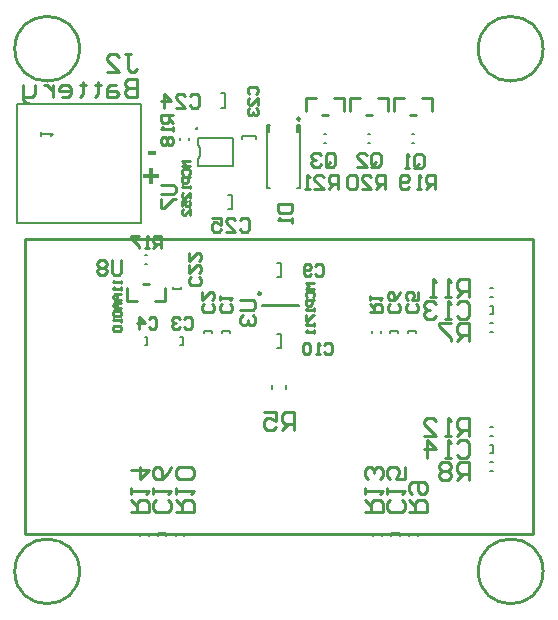
<source format=gbo>
G04 Layer_Color=32896*
%FSLAX24Y24*%
%MOIN*%
G70*
G01*
G75*
%ADD26C,0.0098*%
%ADD27C,0.0100*%
%ADD41C,0.0079*%
%ADD72R,0.0177X0.0295*%
G36*
X4661Y14368D02*
X4860D01*
Y14232D01*
X4661D01*
Y14036D01*
X4529D01*
Y14232D01*
X4331D01*
Y14368D01*
X4529D01*
Y14563D01*
X4661D01*
Y14368D01*
D02*
G37*
G36*
X4763Y15014D02*
X4478D01*
Y15159D01*
X4763D01*
Y15014D01*
D02*
G37*
D26*
X6122Y15896D02*
G03*
X6122Y15896I-20J0D01*
G01*
X9567Y16211D02*
G03*
X9567Y16211I-49J0D01*
G01*
X8258Y10394D02*
G03*
X8258Y10394I-49J0D01*
G01*
D27*
X2211Y18553D02*
G03*
X2211Y18553I-1079J0D01*
G01*
X17663D02*
G03*
X17663Y18553I-1079J0D01*
G01*
Y1132D02*
G03*
X17663Y1132I-1079J0D01*
G01*
X2211D02*
G03*
X2211Y1132I-1079J0D01*
G01*
X394Y2362D02*
Y12205D01*
X17323D01*
Y2362D02*
Y12205D01*
X394Y2362D02*
X17323D01*
X10684Y16918D02*
X11014D01*
Y16479D02*
Y16918D01*
X10284Y16339D02*
X10484D01*
X9754Y16918D02*
X10084D01*
X9754Y16479D02*
Y16918D01*
X12160D02*
X12490D01*
Y16479D02*
Y16918D01*
X11760Y16339D02*
X11960D01*
X11230Y16918D02*
X11560D01*
X11230Y16479D02*
Y16918D01*
X13637D02*
X13967D01*
Y16479D02*
Y16918D01*
X13237Y16339D02*
X13437D01*
X12707Y16918D02*
X13037D01*
X12707Y16479D02*
Y16918D01*
X3799Y10149D02*
X4129D01*
X3799D02*
Y10588D01*
X4329Y10727D02*
X4529D01*
X4729Y10149D02*
X5059D01*
Y10588D01*
X4134Y17529D02*
Y16929D01*
X3834D01*
X3734Y17029D01*
Y17129D01*
X3834Y17229D01*
X4134D01*
X3834D01*
X3734Y17329D01*
Y17429D01*
X3834Y17529D01*
X4134D01*
X3434Y17329D02*
X3234D01*
X3134Y17229D01*
Y16929D01*
X3434D01*
X3534Y17029D01*
X3434Y17129D01*
X3134D01*
X2834Y17429D02*
Y17329D01*
X2934D01*
X2734D01*
X2834D01*
Y17029D01*
X2734Y16929D01*
X2334Y17429D02*
Y17329D01*
X2434D01*
X2234D01*
X2334D01*
Y17029D01*
X2234Y16929D01*
X1635D02*
X1835D01*
X1935Y17029D01*
Y17229D01*
X1835Y17329D01*
X1635D01*
X1535Y17229D01*
Y17129D01*
X1935D01*
X1335Y17329D02*
Y16929D01*
Y17129D01*
X1235Y17229D01*
X1135Y17329D01*
X1035D01*
X735D02*
Y17029D01*
X635Y16929D01*
X335D01*
Y16829D01*
X435Y16729D01*
X535D01*
X335Y16929D02*
Y17329D01*
X3734Y18366D02*
X3934D01*
X3834D01*
Y17866D01*
X3934Y17766D01*
X4034D01*
X4134Y17866D01*
X3134Y17766D02*
X3534D01*
X3134Y18166D01*
Y18266D01*
X3234Y18366D01*
X3434D01*
X3534Y18266D01*
X10827Y13878D02*
Y14350D01*
X10591D01*
X10512Y14272D01*
Y14114D01*
X10591Y14035D01*
X10827D01*
X10669D02*
X10512Y13878D01*
X10040D02*
X10354D01*
X10040Y14193D01*
Y14272D01*
X10118Y14350D01*
X10276D01*
X10354Y14272D01*
X9882Y13878D02*
X9725D01*
X9803D01*
Y14350D01*
X9882Y14272D01*
X12402Y13878D02*
Y14350D01*
X12165D01*
X12087Y14272D01*
Y14114D01*
X12165Y14035D01*
X12402D01*
X12244D02*
X12087Y13878D01*
X11614D02*
X11929D01*
X11614Y14193D01*
Y14272D01*
X11693Y14350D01*
X11851D01*
X11929Y14272D01*
X11457D02*
X11378Y14350D01*
X11221D01*
X11142Y14272D01*
Y13957D01*
X11221Y13878D01*
X11378D01*
X11457Y13957D01*
Y14272D01*
X14075Y13878D02*
Y14350D01*
X13839D01*
X13760Y14272D01*
Y14114D01*
X13839Y14035D01*
X14075D01*
X13917D02*
X13760Y13878D01*
X13603D02*
X13445D01*
X13524D01*
Y14350D01*
X13603Y14272D01*
X13209Y13957D02*
X13130Y13878D01*
X12973D01*
X12894Y13957D01*
Y14272D01*
X12973Y14350D01*
X13130D01*
X13209Y14272D01*
Y14193D01*
X13130Y14114D01*
X12894D01*
X10413Y14695D02*
Y15010D01*
X10492Y15088D01*
X10650D01*
X10728Y15010D01*
Y14695D01*
X10650Y14616D01*
X10492D01*
X10571Y14774D02*
X10413Y14616D01*
X10492D02*
X10413Y14695D01*
X10256Y15010D02*
X10177Y15088D01*
X10020D01*
X9941Y15010D01*
Y14931D01*
X10020Y14852D01*
X10099D01*
X10020D01*
X9941Y14774D01*
Y14695D01*
X10020Y14616D01*
X10177D01*
X10256Y14695D01*
X11939D02*
Y15010D01*
X12018Y15088D01*
X12175D01*
X12254Y15010D01*
Y14695D01*
X12175Y14616D01*
X12018D01*
X12097Y14774D02*
X11939Y14616D01*
X12018D02*
X11939Y14695D01*
X11467Y14616D02*
X11782D01*
X11467Y14931D01*
Y15010D01*
X11546Y15088D01*
X11703D01*
X11782Y15010D01*
X13366Y14646D02*
Y14961D01*
X13445Y15039D01*
X13602D01*
X13681Y14961D01*
Y14646D01*
X13602Y14567D01*
X13445D01*
X13524Y14724D02*
X13366Y14567D01*
X13445D02*
X13366Y14646D01*
X13209Y14567D02*
X13051D01*
X13130D01*
Y15039D01*
X13209Y14961D01*
X3593Y10827D02*
Y10735D01*
Y10781D01*
X3317D01*
X3363Y10827D01*
X3593Y10597D02*
Y10505D01*
Y10551D01*
X3317D01*
X3363Y10597D01*
X3593Y10368D02*
X3409D01*
X3317Y10276D01*
X3409Y10184D01*
X3593D01*
X3455D01*
Y10368D01*
X3593Y10092D02*
X3409D01*
X3317Y10000D01*
X3409Y9908D01*
X3593D01*
X3455D01*
Y10092D01*
X3363Y9817D02*
X3317Y9771D01*
Y9679D01*
X3363Y9633D01*
X3547D01*
X3593Y9679D01*
Y9771D01*
X3547Y9817D01*
X3363D01*
X3593Y9541D02*
Y9449D01*
Y9495D01*
X3317D01*
X3363Y9541D01*
Y9312D02*
X3317Y9266D01*
Y9174D01*
X3363Y9128D01*
X3547D01*
X3593Y9174D01*
Y9266D01*
X3547Y9312D01*
X3363D01*
X3593Y11496D02*
Y11102D01*
X3514Y11024D01*
X3356D01*
X3278Y11102D01*
Y11496D01*
X3120Y11417D02*
X3042Y11496D01*
X2884D01*
X2805Y11417D01*
Y11338D01*
X2884Y11260D01*
X2805Y11181D01*
Y11102D01*
X2884Y11024D01*
X3042D01*
X3120Y11102D01*
Y11181D01*
X3042Y11260D01*
X3120Y11338D01*
Y11417D01*
X3042Y11260D02*
X2884D01*
X4921Y11909D02*
Y12303D01*
X4724D01*
X4659Y12237D01*
Y12106D01*
X4724Y12041D01*
X4921D01*
X4790D02*
X4659Y11909D01*
X4528D02*
X4396D01*
X4462D01*
Y12303D01*
X4528Y12237D01*
X4200Y12303D02*
X3937D01*
Y12237D01*
X4200Y11975D01*
Y11909D01*
X6184Y10942D02*
X6250Y10876D01*
Y10745D01*
X6184Y10679D01*
X5922D01*
X5856Y10745D01*
Y10876D01*
X5922Y10942D01*
X5856Y11335D02*
Y11073D01*
X6119Y11335D01*
X6184D01*
X6250Y11269D01*
Y11138D01*
X6184Y11073D01*
X5856Y11729D02*
Y11466D01*
X6119Y11729D01*
X6184D01*
X6250Y11663D01*
Y11532D01*
X6184Y11466D01*
X7218Y10056D02*
X7283Y9990D01*
Y9859D01*
X7218Y9793D01*
X6955D01*
X6890Y9859D01*
Y9990D01*
X6955Y10056D01*
X6890Y10187D02*
Y10318D01*
Y10252D01*
X7283D01*
X7218Y10187D01*
X6627Y10056D02*
X6693Y9990D01*
Y9859D01*
X6627Y9793D01*
X6365D01*
X6299Y9859D01*
Y9990D01*
X6365Y10056D01*
X6299Y10449D02*
Y10187D01*
X6562Y10449D01*
X6627D01*
X6693Y10384D01*
Y10252D01*
X6627Y10187D01*
X5692Y9531D02*
X5758Y9596D01*
X5889D01*
X5955Y9531D01*
Y9268D01*
X5889Y9203D01*
X5758D01*
X5692Y9268D01*
X5561Y9531D02*
X5496Y9596D01*
X5364D01*
X5299Y9531D01*
Y9465D01*
X5364Y9400D01*
X5430D01*
X5364D01*
X5299Y9334D01*
Y9268D01*
X5364Y9203D01*
X5496D01*
X5561Y9268D01*
X4511Y9531D02*
X4577Y9596D01*
X4708D01*
X4774Y9531D01*
Y9268D01*
X4708Y9203D01*
X4577D01*
X4511Y9268D01*
X4183Y9203D02*
Y9596D01*
X4380Y9400D01*
X4118D01*
X13419Y10056D02*
X13484Y9990D01*
Y9859D01*
X13419Y9793D01*
X13156D01*
X13091Y9859D01*
Y9990D01*
X13156Y10056D01*
X13484Y10449D02*
Y10187D01*
X13287D01*
X13353Y10318D01*
Y10384D01*
X13287Y10449D01*
X13156D01*
X13091Y10384D01*
Y10252D01*
X13156Y10187D01*
X12828Y10056D02*
X12894Y9990D01*
Y9859D01*
X12828Y9793D01*
X12566D01*
X12500Y9859D01*
Y9990D01*
X12566Y10056D01*
X12894Y10449D02*
X12828Y10318D01*
X12697Y10187D01*
X12566D01*
X12500Y10252D01*
Y10384D01*
X12566Y10449D01*
X12631D01*
X12697Y10384D01*
Y10187D01*
X10072Y11302D02*
X10138Y11368D01*
X10269D01*
X10335Y11302D01*
Y11040D01*
X10269Y10974D01*
X10138D01*
X10072Y11040D01*
X9941D02*
X9875Y10974D01*
X9744D01*
X9679Y11040D01*
Y11302D01*
X9744Y11368D01*
X9875D01*
X9941Y11302D01*
Y11237D01*
X9875Y11171D01*
X9679D01*
X10368Y8694D02*
X10433Y8760D01*
X10564D01*
X10630Y8694D01*
Y8432D01*
X10564Y8366D01*
X10433D01*
X10368Y8432D01*
X10236Y8366D02*
X10105D01*
X10171D01*
Y8760D01*
X10236Y8694D01*
X9908D02*
X9843Y8760D01*
X9712D01*
X9646Y8694D01*
Y8432D01*
X9712Y8366D01*
X9843D01*
X9908Y8432D01*
Y8694D01*
X14807Y10047D02*
X14907Y10147D01*
X15107D01*
X15207Y10047D01*
Y9647D01*
X15107Y9547D01*
X14907D01*
X14807Y9647D01*
X14607Y9547D02*
X14407D01*
X14507D01*
Y10147D01*
X14607Y10047D01*
X14107D02*
X14007Y10147D01*
X13807D01*
X13707Y10047D01*
Y9947D01*
X13807Y9847D01*
X13907D01*
X13807D01*
X13707Y9747D01*
Y9647D01*
X13807Y9547D01*
X14007D01*
X14107Y9647D01*
X14807Y5421D02*
X14907Y5521D01*
X15107D01*
X15207Y5421D01*
Y5021D01*
X15107Y4921D01*
X14907D01*
X14807Y5021D01*
X14607Y4921D02*
X14407D01*
X14507D01*
Y5521D01*
X14607Y5421D01*
X13807Y4921D02*
Y5521D01*
X14107Y5221D01*
X13707D01*
X12951Y3500D02*
X13051Y3400D01*
Y3200D01*
X12951Y3100D01*
X12551D01*
X12451Y3200D01*
Y3400D01*
X12551Y3500D01*
X12451Y3700D02*
Y3900D01*
Y3800D01*
X13051D01*
X12951Y3700D01*
X13051Y4600D02*
Y4200D01*
X12751D01*
X12851Y4400D01*
Y4500D01*
X12751Y4600D01*
X12551D01*
X12451Y4500D01*
Y4300D01*
X12551Y4200D01*
X5175Y3500D02*
X5275Y3400D01*
Y3200D01*
X5175Y3100D01*
X4775D01*
X4675Y3200D01*
Y3400D01*
X4775Y3500D01*
X4675Y3700D02*
Y3900D01*
Y3800D01*
X5275D01*
X5175Y3700D01*
X5275Y4600D02*
X5175Y4400D01*
X4975Y4200D01*
X4775D01*
X4675Y4300D01*
Y4500D01*
X4775Y4600D01*
X4875D01*
X4975Y4500D01*
Y4200D01*
X8829Y13386D02*
X9301D01*
Y13150D01*
X9222Y13071D01*
X8908D01*
X8829Y13150D01*
Y13386D01*
X9301Y12914D02*
Y12756D01*
Y12835D01*
X8829D01*
X8908Y12914D01*
X11909Y9793D02*
X12303D01*
Y9990D01*
X12237Y10056D01*
X12106D01*
X12041Y9990D01*
Y9793D01*
Y9924D02*
X11909Y10056D01*
Y10187D02*
Y10318D01*
Y10252D01*
X12303D01*
X12237Y10187D01*
X9350Y5856D02*
Y6456D01*
X9050D01*
X8951Y6356D01*
Y6156D01*
X9050Y6056D01*
X9350D01*
X9150D02*
X8951Y5856D01*
X8351Y6456D02*
X8751D01*
Y6156D01*
X8551Y6256D01*
X8451D01*
X8351Y6156D01*
Y5956D01*
X8451Y5856D01*
X8651D01*
X8751Y5956D01*
X15207Y8809D02*
Y9409D01*
X14907D01*
X14807Y9309D01*
Y9109D01*
X14907Y9009D01*
X15207D01*
X15007D02*
X14807Y8809D01*
X14607Y9409D02*
X14207D01*
Y9309D01*
X14607Y8909D01*
Y8809D01*
X15207Y4183D02*
Y4783D01*
X14907D01*
X14807Y4683D01*
Y4483D01*
X14907Y4383D01*
X15207D01*
X15007D02*
X14807Y4183D01*
X14607Y4683D02*
X14507Y4783D01*
X14307D01*
X14207Y4683D01*
Y4583D01*
X14307Y4483D01*
X14207Y4383D01*
Y4283D01*
X14307Y4183D01*
X14507D01*
X14607Y4283D01*
Y4383D01*
X14507Y4483D01*
X14607Y4583D01*
Y4683D01*
X14507Y4483D02*
X14307D01*
X13189Y3100D02*
X13789D01*
Y3400D01*
X13689Y3500D01*
X13489D01*
X13389Y3400D01*
Y3100D01*
Y3300D02*
X13189Y3500D01*
X13289Y3700D02*
X13189Y3800D01*
Y4000D01*
X13289Y4100D01*
X13689D01*
X13789Y4000D01*
Y3800D01*
X13689Y3700D01*
X13589D01*
X13489Y3800D01*
Y4100D01*
X5413Y3100D02*
X6013D01*
Y3400D01*
X5913Y3500D01*
X5713D01*
X5613Y3400D01*
Y3100D01*
Y3300D02*
X5413Y3500D01*
Y3700D02*
Y3900D01*
Y3800D01*
X6013D01*
X5913Y3700D01*
Y4200D02*
X6013Y4300D01*
Y4500D01*
X5913Y4600D01*
X5513D01*
X5413Y4500D01*
Y4300D01*
X5513Y4200D01*
X5913D01*
X15207Y10285D02*
Y10885D01*
X14907D01*
X14807Y10785D01*
Y10585D01*
X14907Y10485D01*
X15207D01*
X15007D02*
X14807Y10285D01*
X14607D02*
X14407D01*
X14507D01*
Y10885D01*
X14607Y10785D01*
X14107Y10285D02*
X13907D01*
X14007D01*
Y10885D01*
X14107Y10785D01*
X15207Y5659D02*
Y6259D01*
X14907D01*
X14807Y6159D01*
Y5959D01*
X14907Y5859D01*
X15207D01*
X15007D02*
X14807Y5659D01*
X14607D02*
X14407D01*
X14507D01*
Y6259D01*
X14607Y6159D01*
X13707Y5659D02*
X14107D01*
X13707Y6059D01*
Y6159D01*
X13807Y6259D01*
X14007D01*
X14107Y6159D01*
X11713Y3100D02*
X12312D01*
Y3400D01*
X12212Y3500D01*
X12012D01*
X11913Y3400D01*
Y3100D01*
Y3300D02*
X11713Y3500D01*
Y3700D02*
Y3900D01*
Y3800D01*
X12312D01*
X12212Y3700D01*
Y4200D02*
X12312Y4300D01*
Y4500D01*
X12212Y4600D01*
X12112D01*
X12012Y4500D01*
Y4400D01*
Y4500D01*
X11913Y4600D01*
X11813D01*
X11713Y4500D01*
Y4300D01*
X11813Y4200D01*
X3937Y3100D02*
X4537D01*
Y3400D01*
X4437Y3500D01*
X4237D01*
X4137Y3400D01*
Y3100D01*
Y3300D02*
X3937Y3500D01*
Y3700D02*
Y3900D01*
Y3800D01*
X4537D01*
X4437Y3700D01*
X3937Y4500D02*
X4537D01*
X4237Y4200D01*
Y4600D01*
X10039Y10728D02*
X9764D01*
X9856Y10637D01*
X9764Y10545D01*
X10039D01*
X9810Y10269D02*
X9764Y10315D01*
Y10407D01*
X9810Y10453D01*
X9993D01*
X10039Y10407D01*
Y10315D01*
X9993Y10269D01*
X10039Y10177D02*
X9764D01*
Y10040D01*
X9810Y9994D01*
X9902D01*
X9948Y10040D01*
Y10177D01*
X10039Y9902D02*
Y9810D01*
Y9856D01*
X9764D01*
X9810Y9902D01*
X9764Y9672D02*
Y9489D01*
X9810D01*
X9993Y9672D01*
X10039D01*
Y9397D02*
Y9305D01*
Y9351D01*
X9764D01*
X9810Y9397D01*
X10039Y9167D02*
Y9075D01*
Y9121D01*
X9764D01*
X9810Y9167D01*
X7559Y10187D02*
X7986D01*
X8071Y10102D01*
Y9931D01*
X7986Y9846D01*
X7559D01*
X7644Y9675D02*
X7559Y9590D01*
Y9420D01*
X7644Y9334D01*
X7730D01*
X7815Y9420D01*
Y9505D01*
Y9420D01*
X7900Y9334D01*
X7986D01*
X8071Y9420D01*
Y9590D01*
X7986Y9675D01*
X5906Y14813D02*
X5630D01*
X5722Y14721D01*
X5630Y14629D01*
X5906D01*
X5676Y14354D02*
X5630Y14400D01*
Y14492D01*
X5676Y14537D01*
X5860D01*
X5906Y14492D01*
Y14400D01*
X5860Y14354D01*
X5906Y14262D02*
X5630D01*
Y14124D01*
X5676Y14078D01*
X5768D01*
X5814Y14124D01*
Y14262D01*
X5906Y13986D02*
Y13895D01*
Y13941D01*
X5630D01*
X5676Y13986D01*
X5906Y13573D02*
Y13757D01*
X5722Y13573D01*
X5676D01*
X5630Y13619D01*
Y13711D01*
X5676Y13757D01*
X5630Y13298D02*
Y13481D01*
X5768D01*
X5722Y13390D01*
Y13344D01*
X5768Y13298D01*
X5860D01*
X5906Y13344D01*
Y13435D01*
X5860Y13481D01*
X5906Y13022D02*
Y13206D01*
X5722Y13022D01*
X5676D01*
X5630Y13068D01*
Y13160D01*
X5676Y13206D01*
X4941Y14026D02*
X5335D01*
X5413Y13947D01*
Y13789D01*
X5335Y13711D01*
X4941D01*
Y13553D02*
Y13238D01*
X5020D01*
X5335Y13553D01*
X5413D01*
X5315Y16339D02*
X4921D01*
Y16142D01*
X4987Y16076D01*
X5118D01*
X5184Y16142D01*
Y16339D01*
Y16207D02*
X5315Y16076D01*
Y15945D02*
Y15814D01*
Y15879D01*
X4921D01*
X4987Y15945D01*
Y15617D02*
X4921Y15551D01*
Y15420D01*
X4987Y15355D01*
X5053D01*
X5118Y15420D01*
X5184Y15355D01*
X5249D01*
X5315Y15420D01*
Y15551D01*
X5249Y15617D01*
X5184D01*
X5118Y15551D01*
X5053Y15617D01*
X4987D01*
X5118Y15551D02*
Y15420D01*
X7874Y17037D02*
X7815Y17097D01*
Y17215D01*
X7874Y17274D01*
X8110D01*
X8169Y17215D01*
Y17097D01*
X8110Y17037D01*
X8169Y16683D02*
Y16919D01*
X7933Y16683D01*
X7874D01*
X7815Y16742D01*
Y16860D01*
X7874Y16919D01*
Y16565D02*
X7815Y16506D01*
Y16388D01*
X7874Y16329D01*
X7933D01*
X7992Y16388D01*
Y16447D01*
Y16388D01*
X8051Y16329D01*
X8110D01*
X8169Y16388D01*
Y16506D01*
X8110Y16565D01*
X5886Y16978D02*
X5965Y17057D01*
X6122D01*
X6201Y16978D01*
Y16663D01*
X6122Y16585D01*
X5965D01*
X5886Y16663D01*
X5414Y16585D02*
X5728D01*
X5414Y16899D01*
Y16978D01*
X5492Y17057D01*
X5650D01*
X5728Y16978D01*
X5020Y16585D02*
Y17057D01*
X5256Y16821D01*
X4941D01*
X7559Y12844D02*
X7638Y12923D01*
X7795D01*
X7874Y12844D01*
Y12529D01*
X7795Y12451D01*
X7638D01*
X7559Y12529D01*
X7087Y12451D02*
X7402D01*
X7087Y12766D01*
Y12844D01*
X7166Y12923D01*
X7323D01*
X7402Y12844D01*
X6615Y12923D02*
X6929D01*
Y12687D01*
X6772Y12766D01*
X6693D01*
X6615Y12687D01*
Y12529D01*
X6693Y12451D01*
X6851D01*
X6929Y12529D01*
D41*
X113Y16698D02*
X4263D01*
Y12760D02*
Y16698D01*
X113Y12760D02*
X4263D01*
X113D02*
Y16698D01*
X10344Y15699D02*
X10423D01*
X10344Y15404D02*
X10423D01*
X11821Y15699D02*
X11900D01*
X11821Y15404D02*
X11900D01*
X13297Y15699D02*
X13376D01*
X13297Y15404D02*
X13376D01*
X5856Y15512D02*
Y15591D01*
X5561Y15512D02*
Y15591D01*
X7638Y15659D02*
X8110D01*
Y15541D02*
Y15659D01*
X7638Y15541D02*
Y15659D01*
X7175Y13671D02*
X7293D01*
X7175Y13199D02*
X7293D01*
Y13671D01*
X7047Y16594D02*
Y17067D01*
X6929Y16594D02*
X7047D01*
X6929Y17067D02*
X7047D01*
X6152Y14656D02*
Y14882D01*
X6230Y14961D01*
X6152Y15335D02*
Y15561D01*
Y15335D02*
X6230Y15256D01*
X7333Y14656D02*
Y15561D01*
X6152Y14656D02*
X7333D01*
X6152Y15561D02*
X7333D01*
X6230Y14961D02*
Y15256D01*
X9557Y13898D02*
Y16024D01*
X8455Y13898D02*
Y16024D01*
X9459Y13898D02*
X9557D01*
X9459Y16024D02*
X9557D01*
X8455Y13898D02*
X8553D01*
X8455Y16024D02*
X8553D01*
X4390Y11663D02*
X4469D01*
X4390Y11368D02*
X4469D01*
X5600Y10541D02*
Y10620D01*
X5325Y10541D02*
Y10620D01*
Y10541D02*
X5600D01*
X5650Y8671D02*
Y8947D01*
X5571Y8671D02*
X5650D01*
X5571Y8947D02*
X5650D01*
X4469Y8671D02*
Y8947D01*
X4390Y8671D02*
X4469D01*
X4390Y8947D02*
X4469D01*
X8632Y7224D02*
Y7343D01*
X9085Y7224D02*
Y7343D01*
X5709Y2323D02*
Y2402D01*
X5413Y2323D02*
Y2402D01*
X15906Y5659D02*
X15984D01*
X15906Y5955D02*
X15984D01*
X4528Y2323D02*
Y2402D01*
X4232Y2323D02*
Y2402D01*
X15984Y5079D02*
Y5354D01*
X15906Y5079D02*
X15984D01*
X15906Y5354D02*
X15984D01*
X15906Y4478D02*
X15984D01*
X15906Y4774D02*
X15984D01*
X12608Y2402D02*
X12884D01*
Y2323D02*
Y2402D01*
X12608Y2323D02*
Y2402D01*
X13484Y2323D02*
Y2402D01*
X13189Y2323D02*
Y2402D01*
X12303Y2323D02*
Y2402D01*
X12008Y2323D02*
Y2402D01*
X15984Y9705D02*
Y9980D01*
X15906Y9705D02*
X15984D01*
X15906Y9980D02*
X15984D01*
X15906Y9104D02*
X15984D01*
X15906Y9400D02*
X15984D01*
X15906Y10285D02*
X15984D01*
X15906Y10581D02*
X15984D01*
X4833Y2402D02*
X5108D01*
Y2323D02*
Y2402D01*
X4833Y2323D02*
Y2402D01*
X6949Y9144D02*
X7224D01*
Y9065D02*
Y9144D01*
X6949Y9065D02*
Y9144D01*
X6358D02*
X6634D01*
Y9065D02*
Y9144D01*
X6358Y9065D02*
Y9144D01*
X13150D02*
X13425D01*
Y9065D02*
Y9144D01*
X13150Y9065D02*
Y9144D01*
X12559D02*
X12835D01*
Y9065D02*
Y9144D01*
X12559Y9065D02*
Y9144D01*
X11959Y9065D02*
Y9144D01*
X12254Y9065D02*
Y9144D01*
X8297Y9970D02*
Y10010D01*
X9518Y9970D02*
Y10010D01*
X8297D02*
X9518D01*
X8297Y9970D02*
X9518D01*
X8799Y11407D02*
X8917D01*
X8799Y10935D02*
X8917D01*
Y11407D01*
X8799Y9045D02*
X8917D01*
X8799Y8573D02*
X8917D01*
Y9045D01*
X937Y15630D02*
Y15762D01*
Y15696D01*
X1331D01*
X1265Y15630D01*
D72*
X8504Y15876D02*
D03*
X9508D02*
D03*
M02*

</source>
